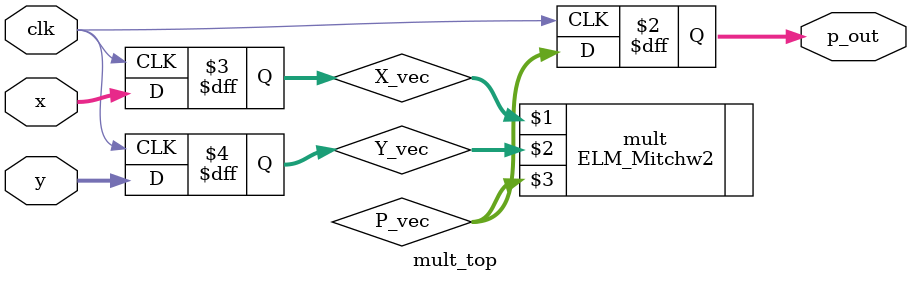
<source format=v>

`include "timescale.v"

module mult_top(
    // Clock and reset
    input clk,
    // Input X has a form x_i%d where %d denotes the bit number
    input  [15:0] x,
    // Input Y has a form y_i%d where %d denotes the bit number
    input  [15:0] y,
    // Output P has a form p_out%d where %d denotes the bit number
    output reg [31:0] p_out
    );

    
    // Now we have X_vec and Y_vec signal 
    // Then we do processing with these signals and store the 
    // intermidiate result in P_vec
    // For example purposes X_vec and Y_vec are concanated and stored in P_vec
    wire [31:0] P_vec;
    reg [15:0] X_vec;
    reg [15:0] Y_vec;
    
    ELM_Mitchw2 mult(X_vec,Y_vec,P_vec); 

 
    always @(posedge clk) 
    begin
        p_out = P_vec;
        X_vec = x;
        Y_vec = y;
    end

endmodule 


</source>
